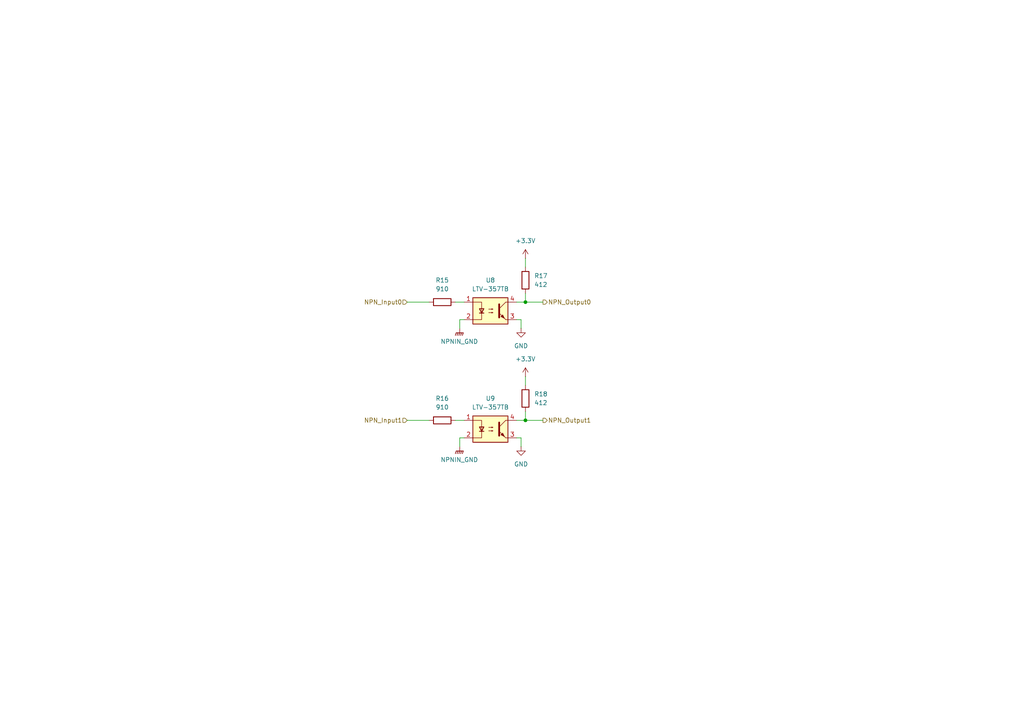
<source format=kicad_sch>
(kicad_sch
	(version 20250114)
	(generator "eeschema")
	(generator_version "9.0")
	(uuid "3ead14aa-061b-4dcf-b1f7-38f9f6a09d7f")
	(paper "A4")
	(lib_symbols
		(symbol "Device:R"
			(pin_numbers
				(hide yes)
			)
			(pin_names
				(offset 0)
			)
			(exclude_from_sim no)
			(in_bom yes)
			(on_board yes)
			(property "Reference" "R"
				(at 2.032 0 90)
				(effects
					(font
						(size 1.27 1.27)
					)
				)
			)
			(property "Value" "R"
				(at 0 0 90)
				(effects
					(font
						(size 1.27 1.27)
					)
				)
			)
			(property "Footprint" ""
				(at -1.778 0 90)
				(effects
					(font
						(size 1.27 1.27)
					)
					(hide yes)
				)
			)
			(property "Datasheet" "~"
				(at 0 0 0)
				(effects
					(font
						(size 1.27 1.27)
					)
					(hide yes)
				)
			)
			(property "Description" "Resistor"
				(at 0 0 0)
				(effects
					(font
						(size 1.27 1.27)
					)
					(hide yes)
				)
			)
			(property "ki_keywords" "R res resistor"
				(at 0 0 0)
				(effects
					(font
						(size 1.27 1.27)
					)
					(hide yes)
				)
			)
			(property "ki_fp_filters" "R_*"
				(at 0 0 0)
				(effects
					(font
						(size 1.27 1.27)
					)
					(hide yes)
				)
			)
			(symbol "R_0_1"
				(rectangle
					(start -1.016 -2.54)
					(end 1.016 2.54)
					(stroke
						(width 0.254)
						(type default)
					)
					(fill
						(type none)
					)
				)
			)
			(symbol "R_1_1"
				(pin passive line
					(at 0 3.81 270)
					(length 1.27)
					(name "~"
						(effects
							(font
								(size 1.27 1.27)
							)
						)
					)
					(number "1"
						(effects
							(font
								(size 1.27 1.27)
							)
						)
					)
				)
				(pin passive line
					(at 0 -3.81 90)
					(length 1.27)
					(name "~"
						(effects
							(font
								(size 1.27 1.27)
							)
						)
					)
					(number "2"
						(effects
							(font
								(size 1.27 1.27)
							)
						)
					)
				)
			)
			(embedded_fonts no)
		)
		(symbol "Isolator:LTV-357T"
			(pin_names
				(offset 1.016)
			)
			(exclude_from_sim no)
			(in_bom yes)
			(on_board yes)
			(property "Reference" "U"
				(at -5.334 4.826 0)
				(effects
					(font
						(size 1.27 1.27)
					)
					(justify left)
				)
			)
			(property "Value" "LTV-357T"
				(at 0 5.08 0)
				(effects
					(font
						(size 1.27 1.27)
					)
					(justify left)
				)
			)
			(property "Footprint" "Package_SO:SO-4_4.4x3.6mm_P2.54mm"
				(at -5.08 -5.08 0)
				(effects
					(font
						(size 1.27 1.27)
						(italic yes)
					)
					(justify left)
					(hide yes)
				)
			)
			(property "Datasheet" "https://www.buerklin.com/medias/sys_master/download/download/h91/ha0/8892020588574.pdf"
				(at 0 0 0)
				(effects
					(font
						(size 1.27 1.27)
					)
					(justify left)
					(hide yes)
				)
			)
			(property "Description" "DC Optocoupler, Vce 35V, CTR 50%, SO-4"
				(at 0 0 0)
				(effects
					(font
						(size 1.27 1.27)
					)
					(hide yes)
				)
			)
			(property "ki_keywords" "NPN DC Optocoupler"
				(at 0 0 0)
				(effects
					(font
						(size 1.27 1.27)
					)
					(hide yes)
				)
			)
			(property "ki_fp_filters" "SO*4.4x3.6mm*P2.54mm*"
				(at 0 0 0)
				(effects
					(font
						(size 1.27 1.27)
					)
					(hide yes)
				)
			)
			(symbol "LTV-357T_0_1"
				(rectangle
					(start -5.08 3.81)
					(end 5.08 -3.81)
					(stroke
						(width 0.254)
						(type default)
					)
					(fill
						(type background)
					)
				)
				(polyline
					(pts
						(xy -5.08 2.54) (xy -2.54 2.54) (xy -2.54 -0.762)
					)
					(stroke
						(width 0)
						(type default)
					)
					(fill
						(type none)
					)
				)
				(polyline
					(pts
						(xy -3.175 -0.635) (xy -1.905 -0.635)
					)
					(stroke
						(width 0.254)
						(type default)
					)
					(fill
						(type none)
					)
				)
				(polyline
					(pts
						(xy -2.54 -0.635) (xy -2.54 -2.54) (xy -5.08 -2.54)
					)
					(stroke
						(width 0)
						(type default)
					)
					(fill
						(type none)
					)
				)
				(polyline
					(pts
						(xy -2.54 -0.635) (xy -3.175 0.635) (xy -1.905 0.635) (xy -2.54 -0.635)
					)
					(stroke
						(width 0.254)
						(type default)
					)
					(fill
						(type none)
					)
				)
				(polyline
					(pts
						(xy -0.508 0.508) (xy 0.762 0.508) (xy 0.381 0.381) (xy 0.381 0.635) (xy 0.762 0.508)
					)
					(stroke
						(width 0)
						(type default)
					)
					(fill
						(type none)
					)
				)
				(polyline
					(pts
						(xy -0.508 -0.508) (xy 0.762 -0.508) (xy 0.381 -0.635) (xy 0.381 -0.381) (xy 0.762 -0.508)
					)
					(stroke
						(width 0)
						(type default)
					)
					(fill
						(type none)
					)
				)
				(polyline
					(pts
						(xy 2.54 1.905) (xy 2.54 -1.905) (xy 2.54 -1.905)
					)
					(stroke
						(width 0.508)
						(type default)
					)
					(fill
						(type none)
					)
				)
				(polyline
					(pts
						(xy 2.54 0.635) (xy 4.445 2.54)
					)
					(stroke
						(width 0)
						(type default)
					)
					(fill
						(type none)
					)
				)
				(polyline
					(pts
						(xy 3.048 -1.651) (xy 3.556 -1.143) (xy 4.064 -2.159) (xy 3.048 -1.651) (xy 3.048 -1.651)
					)
					(stroke
						(width 0)
						(type default)
					)
					(fill
						(type outline)
					)
				)
				(polyline
					(pts
						(xy 4.445 2.54) (xy 5.08 2.54)
					)
					(stroke
						(width 0)
						(type default)
					)
					(fill
						(type none)
					)
				)
				(polyline
					(pts
						(xy 4.445 -2.54) (xy 2.54 -0.635)
					)
					(stroke
						(width 0)
						(type default)
					)
					(fill
						(type outline)
					)
				)
				(polyline
					(pts
						(xy 4.445 -2.54) (xy 5.08 -2.54)
					)
					(stroke
						(width 0)
						(type default)
					)
					(fill
						(type none)
					)
				)
			)
			(symbol "LTV-357T_1_1"
				(pin passive line
					(at -7.62 2.54 0)
					(length 2.54)
					(name "~"
						(effects
							(font
								(size 1.27 1.27)
							)
						)
					)
					(number "1"
						(effects
							(font
								(size 1.27 1.27)
							)
						)
					)
				)
				(pin passive line
					(at -7.62 -2.54 0)
					(length 2.54)
					(name "~"
						(effects
							(font
								(size 1.27 1.27)
							)
						)
					)
					(number "2"
						(effects
							(font
								(size 1.27 1.27)
							)
						)
					)
				)
				(pin passive line
					(at 7.62 2.54 180)
					(length 2.54)
					(name "~"
						(effects
							(font
								(size 1.27 1.27)
							)
						)
					)
					(number "4"
						(effects
							(font
								(size 1.27 1.27)
							)
						)
					)
				)
				(pin passive line
					(at 7.62 -2.54 180)
					(length 2.54)
					(name "~"
						(effects
							(font
								(size 1.27 1.27)
							)
						)
					)
					(number "3"
						(effects
							(font
								(size 1.27 1.27)
							)
						)
					)
				)
			)
			(embedded_fonts no)
		)
		(symbol "power:+3.3V"
			(power)
			(pin_numbers
				(hide yes)
			)
			(pin_names
				(offset 0)
				(hide yes)
			)
			(exclude_from_sim no)
			(in_bom yes)
			(on_board yes)
			(property "Reference" "#PWR"
				(at 0 -3.81 0)
				(effects
					(font
						(size 1.27 1.27)
					)
					(hide yes)
				)
			)
			(property "Value" "+3.3V"
				(at 0 3.556 0)
				(effects
					(font
						(size 1.27 1.27)
					)
				)
			)
			(property "Footprint" ""
				(at 0 0 0)
				(effects
					(font
						(size 1.27 1.27)
					)
					(hide yes)
				)
			)
			(property "Datasheet" ""
				(at 0 0 0)
				(effects
					(font
						(size 1.27 1.27)
					)
					(hide yes)
				)
			)
			(property "Description" "Power symbol creates a global label with name \"+3.3V\""
				(at 0 0 0)
				(effects
					(font
						(size 1.27 1.27)
					)
					(hide yes)
				)
			)
			(property "ki_keywords" "global power"
				(at 0 0 0)
				(effects
					(font
						(size 1.27 1.27)
					)
					(hide yes)
				)
			)
			(symbol "+3.3V_0_1"
				(polyline
					(pts
						(xy -0.762 1.27) (xy 0 2.54)
					)
					(stroke
						(width 0)
						(type default)
					)
					(fill
						(type none)
					)
				)
				(polyline
					(pts
						(xy 0 2.54) (xy 0.762 1.27)
					)
					(stroke
						(width 0)
						(type default)
					)
					(fill
						(type none)
					)
				)
				(polyline
					(pts
						(xy 0 0) (xy 0 2.54)
					)
					(stroke
						(width 0)
						(type default)
					)
					(fill
						(type none)
					)
				)
			)
			(symbol "+3.3V_1_1"
				(pin power_in line
					(at 0 0 90)
					(length 0)
					(name "~"
						(effects
							(font
								(size 1.27 1.27)
							)
						)
					)
					(number "1"
						(effects
							(font
								(size 1.27 1.27)
							)
						)
					)
				)
			)
			(embedded_fonts no)
		)
		(symbol "power:GND"
			(power)
			(pin_numbers
				(hide yes)
			)
			(pin_names
				(offset 0)
				(hide yes)
			)
			(exclude_from_sim no)
			(in_bom yes)
			(on_board yes)
			(property "Reference" "#PWR"
				(at 0 -6.35 0)
				(effects
					(font
						(size 1.27 1.27)
					)
					(hide yes)
				)
			)
			(property "Value" "GND"
				(at 0 -3.81 0)
				(effects
					(font
						(size 1.27 1.27)
					)
				)
			)
			(property "Footprint" ""
				(at 0 0 0)
				(effects
					(font
						(size 1.27 1.27)
					)
					(hide yes)
				)
			)
			(property "Datasheet" ""
				(at 0 0 0)
				(effects
					(font
						(size 1.27 1.27)
					)
					(hide yes)
				)
			)
			(property "Description" "Power symbol creates a global label with name \"GND\" , ground"
				(at 0 0 0)
				(effects
					(font
						(size 1.27 1.27)
					)
					(hide yes)
				)
			)
			(property "ki_keywords" "global power"
				(at 0 0 0)
				(effects
					(font
						(size 1.27 1.27)
					)
					(hide yes)
				)
			)
			(symbol "GND_0_1"
				(polyline
					(pts
						(xy 0 0) (xy 0 -1.27) (xy 1.27 -1.27) (xy 0 -2.54) (xy -1.27 -1.27) (xy 0 -1.27)
					)
					(stroke
						(width 0)
						(type default)
					)
					(fill
						(type none)
					)
				)
			)
			(symbol "GND_1_1"
				(pin power_in line
					(at 0 0 270)
					(length 0)
					(name "~"
						(effects
							(font
								(size 1.27 1.27)
							)
						)
					)
					(number "1"
						(effects
							(font
								(size 1.27 1.27)
							)
						)
					)
				)
			)
			(embedded_fonts no)
		)
		(symbol "power:GNDPWR"
			(power)
			(pin_numbers
				(hide yes)
			)
			(pin_names
				(offset 0)
				(hide yes)
			)
			(exclude_from_sim no)
			(in_bom yes)
			(on_board yes)
			(property "Reference" "#PWR"
				(at 0 -5.08 0)
				(effects
					(font
						(size 1.27 1.27)
					)
					(hide yes)
				)
			)
			(property "Value" "GNDPWR"
				(at 0 -3.302 0)
				(effects
					(font
						(size 1.27 1.27)
					)
				)
			)
			(property "Footprint" ""
				(at 0 -1.27 0)
				(effects
					(font
						(size 1.27 1.27)
					)
					(hide yes)
				)
			)
			(property "Datasheet" ""
				(at 0 -1.27 0)
				(effects
					(font
						(size 1.27 1.27)
					)
					(hide yes)
				)
			)
			(property "Description" "Power symbol creates a global label with name \"GNDPWR\" , global ground"
				(at 0 0 0)
				(effects
					(font
						(size 1.27 1.27)
					)
					(hide yes)
				)
			)
			(property "ki_keywords" "global ground"
				(at 0 0 0)
				(effects
					(font
						(size 1.27 1.27)
					)
					(hide yes)
				)
			)
			(symbol "GNDPWR_0_1"
				(polyline
					(pts
						(xy -1.016 -1.27) (xy -1.27 -2.032) (xy -1.27 -2.032)
					)
					(stroke
						(width 0.2032)
						(type default)
					)
					(fill
						(type none)
					)
				)
				(polyline
					(pts
						(xy -0.508 -1.27) (xy -0.762 -2.032) (xy -0.762 -2.032)
					)
					(stroke
						(width 0.2032)
						(type default)
					)
					(fill
						(type none)
					)
				)
				(polyline
					(pts
						(xy 0 -1.27) (xy 0 0)
					)
					(stroke
						(width 0)
						(type default)
					)
					(fill
						(type none)
					)
				)
				(polyline
					(pts
						(xy 0 -1.27) (xy -0.254 -2.032) (xy -0.254 -2.032)
					)
					(stroke
						(width 0.2032)
						(type default)
					)
					(fill
						(type none)
					)
				)
				(polyline
					(pts
						(xy 0.508 -1.27) (xy 0.254 -2.032) (xy 0.254 -2.032)
					)
					(stroke
						(width 0.2032)
						(type default)
					)
					(fill
						(type none)
					)
				)
				(polyline
					(pts
						(xy 1.016 -1.27) (xy -1.016 -1.27) (xy -1.016 -1.27)
					)
					(stroke
						(width 0.2032)
						(type default)
					)
					(fill
						(type none)
					)
				)
				(polyline
					(pts
						(xy 1.016 -1.27) (xy 0.762 -2.032) (xy 0.762 -2.032) (xy 0.762 -2.032)
					)
					(stroke
						(width 0.2032)
						(type default)
					)
					(fill
						(type none)
					)
				)
			)
			(symbol "GNDPWR_1_1"
				(pin power_in line
					(at 0 0 270)
					(length 0)
					(name "~"
						(effects
							(font
								(size 1.27 1.27)
							)
						)
					)
					(number "1"
						(effects
							(font
								(size 1.27 1.27)
							)
						)
					)
				)
			)
			(embedded_fonts no)
		)
	)
	(junction
		(at 152.4 121.92)
		(diameter 0)
		(color 0 0 0 0)
		(uuid "44e4528f-ae8a-4548-8d5a-aa8afaaa5af5")
	)
	(junction
		(at 152.4 87.63)
		(diameter 0)
		(color 0 0 0 0)
		(uuid "72528796-a50b-484f-8cfb-44101b01a1e3")
	)
	(wire
		(pts
			(xy 132.08 87.63) (xy 134.62 87.63)
		)
		(stroke
			(width 0)
			(type default)
		)
		(uuid "09054b9c-47a7-4947-b7fb-4c1998fbe675")
	)
	(wire
		(pts
			(xy 133.35 92.71) (xy 134.62 92.71)
		)
		(stroke
			(width 0)
			(type default)
		)
		(uuid "09ed4f4c-3289-4607-b8ca-bb88f27b6c4c")
	)
	(wire
		(pts
			(xy 152.4 87.63) (xy 157.48 87.63)
		)
		(stroke
			(width 0)
			(type default)
		)
		(uuid "0b468a03-b3f3-43e7-b46e-f489da415e84")
	)
	(wire
		(pts
			(xy 133.35 95.25) (xy 133.35 92.71)
		)
		(stroke
			(width 0)
			(type default)
		)
		(uuid "31d18576-9f79-44fd-a316-f8c7ecac34fe")
	)
	(wire
		(pts
			(xy 118.11 121.92) (xy 124.46 121.92)
		)
		(stroke
			(width 0)
			(type default)
		)
		(uuid "33a73c0e-2f1f-4542-9ec6-e4e2c338123f")
	)
	(wire
		(pts
			(xy 133.35 129.54) (xy 133.35 127)
		)
		(stroke
			(width 0)
			(type default)
		)
		(uuid "4a0d5023-3df1-4193-9c43-eaa46bcc5dfa")
	)
	(wire
		(pts
			(xy 152.4 109.22) (xy 152.4 111.76)
		)
		(stroke
			(width 0)
			(type default)
		)
		(uuid "4ce0e778-ef32-4042-8f10-d0bc4a0ab23e")
	)
	(wire
		(pts
			(xy 152.4 121.92) (xy 152.4 119.38)
		)
		(stroke
			(width 0)
			(type default)
		)
		(uuid "4ce83771-b5da-4f22-bf00-557b3456074f")
	)
	(wire
		(pts
			(xy 149.86 92.71) (xy 151.13 92.71)
		)
		(stroke
			(width 0)
			(type default)
		)
		(uuid "5e6fad08-baeb-4c4f-8ae9-9dc5b61711db")
	)
	(wire
		(pts
			(xy 133.35 127) (xy 134.62 127)
		)
		(stroke
			(width 0)
			(type default)
		)
		(uuid "6f56f706-bc57-4b58-93ec-41117cb043fa")
	)
	(wire
		(pts
			(xy 152.4 74.93) (xy 152.4 77.47)
		)
		(stroke
			(width 0)
			(type default)
		)
		(uuid "71d7e635-f235-48f7-8bbc-986ed68cfcfd")
	)
	(wire
		(pts
			(xy 132.08 121.92) (xy 134.62 121.92)
		)
		(stroke
			(width 0)
			(type default)
		)
		(uuid "830b7811-ff27-40b2-bfbb-df12f312c953")
	)
	(wire
		(pts
			(xy 149.86 127) (xy 151.13 127)
		)
		(stroke
			(width 0)
			(type default)
		)
		(uuid "a246c430-0f41-44ef-bf99-d0112e979b1b")
	)
	(wire
		(pts
			(xy 118.11 87.63) (xy 124.46 87.63)
		)
		(stroke
			(width 0)
			(type default)
		)
		(uuid "b9368453-9016-4099-b13d-2ba26f1d211c")
	)
	(wire
		(pts
			(xy 151.13 95.25) (xy 151.13 92.71)
		)
		(stroke
			(width 0)
			(type default)
		)
		(uuid "bb359232-a7b8-4be8-9f55-0a563ad869a7")
	)
	(wire
		(pts
			(xy 151.13 129.54) (xy 151.13 127)
		)
		(stroke
			(width 0)
			(type default)
		)
		(uuid "c81f26fd-add4-467a-8653-55415de15f20")
	)
	(wire
		(pts
			(xy 149.86 87.63) (xy 152.4 87.63)
		)
		(stroke
			(width 0)
			(type default)
		)
		(uuid "ed131df5-f35a-4bcc-adab-3529e74824a4")
	)
	(wire
		(pts
			(xy 152.4 121.92) (xy 157.48 121.92)
		)
		(stroke
			(width 0)
			(type default)
		)
		(uuid "ee357ba5-e839-4d18-9c62-4cc17c9de5cf")
	)
	(wire
		(pts
			(xy 149.86 121.92) (xy 152.4 121.92)
		)
		(stroke
			(width 0)
			(type default)
		)
		(uuid "fc2f0085-c1ef-4dfd-b2c2-39a98f70522b")
	)
	(wire
		(pts
			(xy 152.4 87.63) (xy 152.4 85.09)
		)
		(stroke
			(width 0)
			(type default)
		)
		(uuid "ffe441a1-920a-4ace-8e18-9a75195f5b68")
	)
	(hierarchical_label "NPN_Input0"
		(shape input)
		(at 118.11 87.63 180)
		(effects
			(font
				(size 1.27 1.27)
			)
			(justify right)
		)
		(uuid "1a5c6447-4bdf-492c-aaa4-61a2989c75c7")
	)
	(hierarchical_label "NPN_Output1"
		(shape output)
		(at 157.48 121.92 0)
		(effects
			(font
				(size 1.27 1.27)
			)
			(justify left)
		)
		(uuid "4950ca10-099c-43b3-90af-a7a85a85b035")
	)
	(hierarchical_label "NPN_Input1"
		(shape input)
		(at 118.11 121.92 180)
		(effects
			(font
				(size 1.27 1.27)
			)
			(justify right)
		)
		(uuid "a98f664f-d423-487d-8ab7-bd9cb38605bb")
	)
	(hierarchical_label "NPN_Output0"
		(shape output)
		(at 157.48 87.63 0)
		(effects
			(font
				(size 1.27 1.27)
			)
			(justify left)
		)
		(uuid "c8dd57d1-e58e-4330-8513-38ecf1453357")
	)
	(symbol
		(lib_id "power:GNDPWR")
		(at 133.35 95.25 0)
		(unit 1)
		(exclude_from_sim no)
		(in_bom yes)
		(on_board yes)
		(dnp no)
		(fields_autoplaced yes)
		(uuid "3caa5aca-b9de-4308-8931-af8754804b91")
		(property "Reference" "#PWR035"
			(at 133.35 100.33 0)
			(effects
				(font
					(size 1.27 1.27)
				)
				(hide yes)
			)
		)
		(property "Value" "NPNIN_GND"
			(at 133.223 99.06 0)
			(effects
				(font
					(size 1.27 1.27)
				)
			)
		)
		(property "Footprint" ""
			(at 133.35 96.52 0)
			(effects
				(font
					(size 1.27 1.27)
				)
				(hide yes)
			)
		)
		(property "Datasheet" ""
			(at 133.35 96.52 0)
			(effects
				(font
					(size 1.27 1.27)
				)
				(hide yes)
			)
		)
		(property "Description" "Power symbol creates a global label with name \"GNDPWR\" , global ground"
			(at 133.35 95.25 0)
			(effects
				(font
					(size 1.27 1.27)
				)
				(hide yes)
			)
		)
		(pin "1"
			(uuid "14dc37e6-5262-48ad-929b-16ffcbb4d992")
		)
		(instances
			(project "NIVARA"
				(path "/e09284a3-0da6-4b1c-80d3-a52d405369d9/b46cdcb1-15cb-4562-89d5-6c513685d0bc/42bdbb4f-de61-418c-80a0-20a211d2eaee"
					(reference "#PWR035")
					(unit 1)
				)
			)
		)
	)
	(symbol
		(lib_id "power:GND")
		(at 151.13 95.25 0)
		(unit 1)
		(exclude_from_sim no)
		(in_bom yes)
		(on_board yes)
		(dnp no)
		(fields_autoplaced yes)
		(uuid "54c0ad1a-953e-4579-9b77-ae2c5309bfc3")
		(property "Reference" "#PWR037"
			(at 151.13 101.6 0)
			(effects
				(font
					(size 1.27 1.27)
				)
				(hide yes)
			)
		)
		(property "Value" "GND"
			(at 151.13 100.33 0)
			(effects
				(font
					(size 1.27 1.27)
				)
			)
		)
		(property "Footprint" ""
			(at 151.13 95.25 0)
			(effects
				(font
					(size 1.27 1.27)
				)
				(hide yes)
			)
		)
		(property "Datasheet" ""
			(at 151.13 95.25 0)
			(effects
				(font
					(size 1.27 1.27)
				)
				(hide yes)
			)
		)
		(property "Description" "Power symbol creates a global label with name \"GND\" , ground"
			(at 151.13 95.25 0)
			(effects
				(font
					(size 1.27 1.27)
				)
				(hide yes)
			)
		)
		(pin "1"
			(uuid "ed23d08f-80bc-4a32-b01f-f7783e51e2c8")
		)
		(instances
			(project "NIVARA"
				(path "/e09284a3-0da6-4b1c-80d3-a52d405369d9/b46cdcb1-15cb-4562-89d5-6c513685d0bc/42bdbb4f-de61-418c-80a0-20a211d2eaee"
					(reference "#PWR037")
					(unit 1)
				)
			)
		)
	)
	(symbol
		(lib_id "power:+3.3V")
		(at 152.4 109.22 0)
		(unit 1)
		(exclude_from_sim no)
		(in_bom yes)
		(on_board yes)
		(dnp no)
		(fields_autoplaced yes)
		(uuid "67b06975-ff14-4b9c-a3a7-352ad56452e4")
		(property "Reference" "#PWR040"
			(at 152.4 113.03 0)
			(effects
				(font
					(size 1.27 1.27)
				)
				(hide yes)
			)
		)
		(property "Value" "+3.3V"
			(at 152.4 104.14 0)
			(effects
				(font
					(size 1.27 1.27)
				)
			)
		)
		(property "Footprint" ""
			(at 152.4 109.22 0)
			(effects
				(font
					(size 1.27 1.27)
				)
				(hide yes)
			)
		)
		(property "Datasheet" ""
			(at 152.4 109.22 0)
			(effects
				(font
					(size 1.27 1.27)
				)
				(hide yes)
			)
		)
		(property "Description" "Power symbol creates a global label with name \"+3.3V\""
			(at 152.4 109.22 0)
			(effects
				(font
					(size 1.27 1.27)
				)
				(hide yes)
			)
		)
		(pin "1"
			(uuid "28bdfde1-7583-4fbf-956f-41a285643c42")
		)
		(instances
			(project "NIVARA"
				(path "/e09284a3-0da6-4b1c-80d3-a52d405369d9/b46cdcb1-15cb-4562-89d5-6c513685d0bc/42bdbb4f-de61-418c-80a0-20a211d2eaee"
					(reference "#PWR040")
					(unit 1)
				)
			)
		)
	)
	(symbol
		(lib_id "Device:R")
		(at 128.27 121.92 90)
		(unit 1)
		(exclude_from_sim no)
		(in_bom yes)
		(on_board yes)
		(dnp no)
		(fields_autoplaced yes)
		(uuid "83b3df02-6141-43ac-9569-621f000bbd39")
		(property "Reference" "R16"
			(at 128.27 115.57 90)
			(effects
				(font
					(size 1.27 1.27)
				)
			)
		)
		(property "Value" "910"
			(at 128.27 118.11 90)
			(effects
				(font
					(size 1.27 1.27)
				)
			)
		)
		(property "Footprint" "Resistor_SMD:R_0603_1608Metric"
			(at 128.27 123.698 90)
			(effects
				(font
					(size 1.27 1.27)
				)
				(hide yes)
			)
		)
		(property "Datasheet" "~"
			(at 128.27 121.92 0)
			(effects
				(font
					(size 1.27 1.27)
				)
				(hide yes)
			)
		)
		(property "Description" "Resistor"
			(at 128.27 121.92 0)
			(effects
				(font
					(size 1.27 1.27)
				)
				(hide yes)
			)
		)
		(property "LCSC#" "C114670"
			(at 128.27 121.92 90)
			(effects
				(font
					(size 1.27 1.27)
				)
				(hide yes)
			)
		)
		(pin "1"
			(uuid "086cf230-b114-43b5-aecf-d9e24df40992")
		)
		(pin "2"
			(uuid "ba869ee3-1253-40b3-9dfd-c6199f24a9d7")
		)
		(instances
			(project "NIVARA"
				(path "/e09284a3-0da6-4b1c-80d3-a52d405369d9/b46cdcb1-15cb-4562-89d5-6c513685d0bc/42bdbb4f-de61-418c-80a0-20a211d2eaee"
					(reference "R16")
					(unit 1)
				)
			)
		)
	)
	(symbol
		(lib_id "Device:R")
		(at 152.4 81.28 180)
		(unit 1)
		(exclude_from_sim no)
		(in_bom yes)
		(on_board yes)
		(dnp no)
		(fields_autoplaced yes)
		(uuid "a5b64f97-30fc-42b9-b5c2-9ab9975ec60f")
		(property "Reference" "R17"
			(at 154.94 80.0099 0)
			(effects
				(font
					(size 1.27 1.27)
				)
				(justify right)
			)
		)
		(property "Value" "412"
			(at 154.94 82.5499 0)
			(effects
				(font
					(size 1.27 1.27)
				)
				(justify right)
			)
		)
		(property "Footprint" "Resistor_SMD:R_0603_1608Metric"
			(at 154.178 81.28 90)
			(effects
				(font
					(size 1.27 1.27)
				)
				(hide yes)
			)
		)
		(property "Datasheet" "~"
			(at 152.4 81.28 0)
			(effects
				(font
					(size 1.27 1.27)
				)
				(hide yes)
			)
		)
		(property "Description" "Resistor"
			(at 152.4 81.28 0)
			(effects
				(font
					(size 1.27 1.27)
				)
				(hide yes)
			)
		)
		(pin "1"
			(uuid "b289aa6c-fdb7-4c69-9f91-19b5dc579df6")
		)
		(pin "2"
			(uuid "9969d41e-fd5e-4117-98cb-370c603ffe7e")
		)
		(instances
			(project "NIVARA"
				(path "/e09284a3-0da6-4b1c-80d3-a52d405369d9/b46cdcb1-15cb-4562-89d5-6c513685d0bc/42bdbb4f-de61-418c-80a0-20a211d2eaee"
					(reference "R17")
					(unit 1)
				)
			)
		)
	)
	(symbol
		(lib_id "power:GNDPWR")
		(at 133.35 129.54 0)
		(unit 1)
		(exclude_from_sim no)
		(in_bom yes)
		(on_board yes)
		(dnp no)
		(fields_autoplaced yes)
		(uuid "a8819379-5eb1-4f2e-a43b-d81fa936d953")
		(property "Reference" "#PWR036"
			(at 133.35 134.62 0)
			(effects
				(font
					(size 1.27 1.27)
				)
				(hide yes)
			)
		)
		(property "Value" "NPNIN_GND"
			(at 133.223 133.35 0)
			(effects
				(font
					(size 1.27 1.27)
				)
			)
		)
		(property "Footprint" ""
			(at 133.35 130.81 0)
			(effects
				(font
					(size 1.27 1.27)
				)
				(hide yes)
			)
		)
		(property "Datasheet" ""
			(at 133.35 130.81 0)
			(effects
				(font
					(size 1.27 1.27)
				)
				(hide yes)
			)
		)
		(property "Description" "Power symbol creates a global label with name \"GNDPWR\" , global ground"
			(at 133.35 129.54 0)
			(effects
				(font
					(size 1.27 1.27)
				)
				(hide yes)
			)
		)
		(pin "1"
			(uuid "9b818417-60ae-4c03-97a7-618270a4b914")
		)
		(instances
			(project "NIVARA"
				(path "/e09284a3-0da6-4b1c-80d3-a52d405369d9/b46cdcb1-15cb-4562-89d5-6c513685d0bc/42bdbb4f-de61-418c-80a0-20a211d2eaee"
					(reference "#PWR036")
					(unit 1)
				)
			)
		)
	)
	(symbol
		(lib_id "Isolator:LTV-357T")
		(at 142.24 90.17 0)
		(unit 1)
		(exclude_from_sim no)
		(in_bom yes)
		(on_board yes)
		(dnp no)
		(fields_autoplaced yes)
		(uuid "b2fa5c26-bbd3-4db2-b952-f1ca26024f3a")
		(property "Reference" "U8"
			(at 142.24 81.28 0)
			(effects
				(font
					(size 1.27 1.27)
				)
			)
		)
		(property "Value" "LTV-357TB"
			(at 142.24 83.82 0)
			(effects
				(font
					(size 1.27 1.27)
				)
			)
		)
		(property "Footprint" "Package_SO:SO-4_4.4x3.6mm_P2.54mm"
			(at 137.16 95.25 0)
			(effects
				(font
					(size 1.27 1.27)
					(italic yes)
				)
				(justify left)
				(hide yes)
			)
		)
		(property "Datasheet" "https://www.buerklin.com/medias/sys_master/download/download/h91/ha0/8892020588574.pdf"
			(at 142.24 90.17 0)
			(effects
				(font
					(size 1.27 1.27)
				)
				(justify left)
				(hide yes)
			)
		)
		(property "Description" "DC Optocoupler, Vce 35V, CTR 50%, SO-4"
			(at 142.24 90.17 0)
			(effects
				(font
					(size 1.27 1.27)
				)
				(hide yes)
			)
		)
		(pin "3"
			(uuid "fae7e194-a150-4b2e-b8be-acbdc9c61e1b")
		)
		(pin "1"
			(uuid "47b519a8-dc43-45bb-a75c-d3a0b1ccc95a")
		)
		(pin "2"
			(uuid "7e7931be-f989-4c4f-94ee-1c6fd68172a1")
		)
		(pin "4"
			(uuid "5fc757c5-cc5c-4c43-8e2d-1c0354db5dc0")
		)
		(instances
			(project "NIVARA"
				(path "/e09284a3-0da6-4b1c-80d3-a52d405369d9/b46cdcb1-15cb-4562-89d5-6c513685d0bc/42bdbb4f-de61-418c-80a0-20a211d2eaee"
					(reference "U8")
					(unit 1)
				)
			)
		)
	)
	(symbol
		(lib_id "power:+3.3V")
		(at 152.4 74.93 0)
		(unit 1)
		(exclude_from_sim no)
		(in_bom yes)
		(on_board yes)
		(dnp no)
		(fields_autoplaced yes)
		(uuid "b6525b2a-8a76-4403-bb42-8a032ac5046a")
		(property "Reference" "#PWR039"
			(at 152.4 78.74 0)
			(effects
				(font
					(size 1.27 1.27)
				)
				(hide yes)
			)
		)
		(property "Value" "+3.3V"
			(at 152.4 69.85 0)
			(effects
				(font
					(size 1.27 1.27)
				)
			)
		)
		(property "Footprint" ""
			(at 152.4 74.93 0)
			(effects
				(font
					(size 1.27 1.27)
				)
				(hide yes)
			)
		)
		(property "Datasheet" ""
			(at 152.4 74.93 0)
			(effects
				(font
					(size 1.27 1.27)
				)
				(hide yes)
			)
		)
		(property "Description" "Power symbol creates a global label with name \"+3.3V\""
			(at 152.4 74.93 0)
			(effects
				(font
					(size 1.27 1.27)
				)
				(hide yes)
			)
		)
		(pin "1"
			(uuid "c18fd532-d3e6-42b3-af61-c7194ee06852")
		)
		(instances
			(project "NIVARA"
				(path "/e09284a3-0da6-4b1c-80d3-a52d405369d9/b46cdcb1-15cb-4562-89d5-6c513685d0bc/42bdbb4f-de61-418c-80a0-20a211d2eaee"
					(reference "#PWR039")
					(unit 1)
				)
			)
		)
	)
	(symbol
		(lib_id "power:GND")
		(at 151.13 129.54 0)
		(unit 1)
		(exclude_from_sim no)
		(in_bom yes)
		(on_board yes)
		(dnp no)
		(fields_autoplaced yes)
		(uuid "bb1cc529-cd99-4947-ab1d-bec200cfc162")
		(property "Reference" "#PWR038"
			(at 151.13 135.89 0)
			(effects
				(font
					(size 1.27 1.27)
				)
				(hide yes)
			)
		)
		(property "Value" "GND"
			(at 151.13 134.62 0)
			(effects
				(font
					(size 1.27 1.27)
				)
			)
		)
		(property "Footprint" ""
			(at 151.13 129.54 0)
			(effects
				(font
					(size 1.27 1.27)
				)
				(hide yes)
			)
		)
		(property "Datasheet" ""
			(at 151.13 129.54 0)
			(effects
				(font
					(size 1.27 1.27)
				)
				(hide yes)
			)
		)
		(property "Description" "Power symbol creates a global label with name \"GND\" , ground"
			(at 151.13 129.54 0)
			(effects
				(font
					(size 1.27 1.27)
				)
				(hide yes)
			)
		)
		(pin "1"
			(uuid "d2f01e2c-14a2-4084-9779-32db6a42726f")
		)
		(instances
			(project "NIVARA"
				(path "/e09284a3-0da6-4b1c-80d3-a52d405369d9/b46cdcb1-15cb-4562-89d5-6c513685d0bc/42bdbb4f-de61-418c-80a0-20a211d2eaee"
					(reference "#PWR038")
					(unit 1)
				)
			)
		)
	)
	(symbol
		(lib_id "Device:R")
		(at 128.27 87.63 90)
		(unit 1)
		(exclude_from_sim no)
		(in_bom yes)
		(on_board yes)
		(dnp no)
		(fields_autoplaced yes)
		(uuid "ca3c2ca2-e507-4035-af88-cc947bab56e2")
		(property "Reference" "R15"
			(at 128.27 81.28 90)
			(effects
				(font
					(size 1.27 1.27)
				)
			)
		)
		(property "Value" "910"
			(at 128.27 83.82 90)
			(effects
				(font
					(size 1.27 1.27)
				)
			)
		)
		(property "Footprint" "Resistor_SMD:R_0603_1608Metric"
			(at 128.27 89.408 90)
			(effects
				(font
					(size 1.27 1.27)
				)
				(hide yes)
			)
		)
		(property "Datasheet" "~"
			(at 128.27 87.63 0)
			(effects
				(font
					(size 1.27 1.27)
				)
				(hide yes)
			)
		)
		(property "Description" "Resistor"
			(at 128.27 87.63 0)
			(effects
				(font
					(size 1.27 1.27)
				)
				(hide yes)
			)
		)
		(property "LCSC#" "C114670"
			(at 128.27 87.63 90)
			(effects
				(font
					(size 1.27 1.27)
				)
				(hide yes)
			)
		)
		(pin "1"
			(uuid "6f8869d3-c643-4227-9403-8c1098641c08")
		)
		(pin "2"
			(uuid "179dc1d5-eda6-4218-9744-83b9543b41c8")
		)
		(instances
			(project "NIVARA"
				(path "/e09284a3-0da6-4b1c-80d3-a52d405369d9/b46cdcb1-15cb-4562-89d5-6c513685d0bc/42bdbb4f-de61-418c-80a0-20a211d2eaee"
					(reference "R15")
					(unit 1)
				)
			)
		)
	)
	(symbol
		(lib_id "Device:R")
		(at 152.4 115.57 180)
		(unit 1)
		(exclude_from_sim no)
		(in_bom yes)
		(on_board yes)
		(dnp no)
		(fields_autoplaced yes)
		(uuid "db074201-ecb2-42fa-aed1-9646ed26f0a6")
		(property "Reference" "R18"
			(at 154.94 114.2999 0)
			(effects
				(font
					(size 1.27 1.27)
				)
				(justify right)
			)
		)
		(property "Value" "412"
			(at 154.94 116.8399 0)
			(effects
				(font
					(size 1.27 1.27)
				)
				(justify right)
			)
		)
		(property "Footprint" "Resistor_SMD:R_0603_1608Metric"
			(at 154.178 115.57 90)
			(effects
				(font
					(size 1.27 1.27)
				)
				(hide yes)
			)
		)
		(property "Datasheet" "~"
			(at 152.4 115.57 0)
			(effects
				(font
					(size 1.27 1.27)
				)
				(hide yes)
			)
		)
		(property "Description" "Resistor"
			(at 152.4 115.57 0)
			(effects
				(font
					(size 1.27 1.27)
				)
				(hide yes)
			)
		)
		(pin "1"
			(uuid "edcbf229-27b2-46d0-a9a9-2372352431b9")
		)
		(pin "2"
			(uuid "2bb98575-08d0-4617-b713-188714b6bcf3")
		)
		(instances
			(project "NIVARA"
				(path "/e09284a3-0da6-4b1c-80d3-a52d405369d9/b46cdcb1-15cb-4562-89d5-6c513685d0bc/42bdbb4f-de61-418c-80a0-20a211d2eaee"
					(reference "R18")
					(unit 1)
				)
			)
		)
	)
	(symbol
		(lib_id "Isolator:LTV-357T")
		(at 142.24 124.46 0)
		(unit 1)
		(exclude_from_sim no)
		(in_bom yes)
		(on_board yes)
		(dnp no)
		(fields_autoplaced yes)
		(uuid "fdbb2d1f-6726-414b-96f2-2571435d2571")
		(property "Reference" "U9"
			(at 142.24 115.57 0)
			(effects
				(font
					(size 1.27 1.27)
				)
			)
		)
		(property "Value" "LTV-357TB"
			(at 142.24 118.11 0)
			(effects
				(font
					(size 1.27 1.27)
				)
			)
		)
		(property "Footprint" "Package_SO:SO-4_4.4x3.6mm_P2.54mm"
			(at 137.16 129.54 0)
			(effects
				(font
					(size 1.27 1.27)
					(italic yes)
				)
				(justify left)
				(hide yes)
			)
		)
		(property "Datasheet" "https://www.buerklin.com/medias/sys_master/download/download/h91/ha0/8892020588574.pdf"
			(at 142.24 124.46 0)
			(effects
				(font
					(size 1.27 1.27)
				)
				(justify left)
				(hide yes)
			)
		)
		(property "Description" "DC Optocoupler, Vce 35V, CTR 50%, SO-4"
			(at 142.24 124.46 0)
			(effects
				(font
					(size 1.27 1.27)
				)
				(hide yes)
			)
		)
		(pin "3"
			(uuid "057ac0e0-2a4c-4405-82ff-64288d76565b")
		)
		(pin "1"
			(uuid "8ba5971f-a246-4c17-a7e6-ded2fd521125")
		)
		(pin "2"
			(uuid "1252e7e2-7184-4c56-b07d-61c5c98ab279")
		)
		(pin "4"
			(uuid "24bda9d4-dd45-4da8-b2f1-807b2da1167e")
		)
		(instances
			(project "NIVARA"
				(path "/e09284a3-0da6-4b1c-80d3-a52d405369d9/b46cdcb1-15cb-4562-89d5-6c513685d0bc/42bdbb4f-de61-418c-80a0-20a211d2eaee"
					(reference "U9")
					(unit 1)
				)
			)
		)
	)
)

</source>
